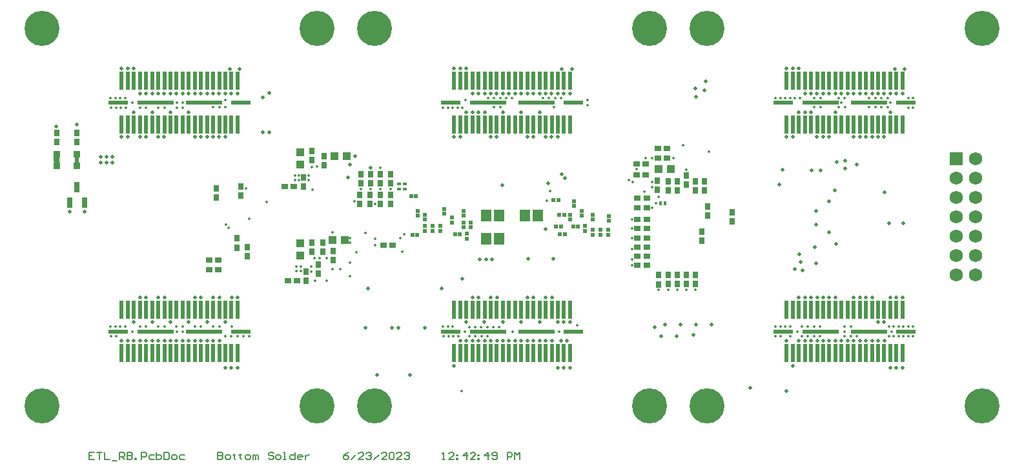
<source format=gbs>
G04*
G04 #@! TF.GenerationSoftware,Altium Limited,Altium Designer,23.6.0 (18)*
G04*
G04 Layer_Color=16711935*
%FSLAX43Y43*%
%MOMM*%
G71*
G04*
G04 #@! TF.SameCoordinates,E3B0678B-C1B1-40E0-9328-7CD754BF3715*
G04*
G04*
G04 #@! TF.FilePolarity,Negative*
G04*
G01*
G75*
%ADD11C,0.200*%
%ADD36R,0.702X1.352*%
%ADD40R,1.402X1.602*%
%ADD41R,0.902X0.702*%
%ADD42R,0.702X0.902*%
%ADD43R,0.802X0.902*%
%ADD45C,0.502*%
%ADD46R,0.902X0.802*%
%ADD52R,0.502X0.452*%
%ADD53R,0.902X0.902*%
%ADD55R,0.452X0.502*%
%ADD56C,0.502*%
%ADD57C,0.350*%
%ADD58R,1.752X1.752*%
%ADD59C,1.752*%
%ADD60C,4.602*%
%ADD61C,0.349*%
%ADD114R,1.102X1.102*%
%ADD115R,0.522X0.622*%
%ADD116R,0.512X2.372*%
%ADD117R,0.512X2.372*%
%ADD118R,2.642X0.532*%
%ADD119R,4.802X0.532*%
%ADD120R,0.622X0.522*%
%ADD121R,1.102X1.102*%
G36*
X5126Y7870D02*
X5042Y7786D01*
Y7319D01*
X5033Y7309D01*
X5117Y7225D01*
Y7001D01*
X5238Y6880D01*
X5280Y6922D01*
X5416D01*
X5495Y7001D01*
X5626D01*
X5724Y7099D01*
X5733D01*
Y7132D01*
X5803Y7202D01*
Y7599D01*
X5757Y7646D01*
Y7814D01*
X5500Y8071D01*
X5289D01*
X5173Y7954D01*
X5154D01*
Y7903D01*
X5128Y7877D01*
Y7871D01*
X5126Y7870D01*
D02*
G37*
G36*
X7823Y7823D02*
Y7137D01*
X8357D01*
Y7823D01*
X7823D01*
D02*
G37*
D11*
X10366Y-30834D02*
X9700D01*
Y-31833D01*
X10366D01*
X9700Y-31334D02*
X10033D01*
X10700Y-30834D02*
X11366D01*
X11033D01*
Y-31833D01*
X11699Y-30834D02*
Y-31833D01*
X12366D01*
X12699Y-32000D02*
X13365D01*
X13699Y-31833D02*
Y-30834D01*
X14199D01*
X14365Y-31000D01*
Y-31334D01*
X14199Y-31500D01*
X13699D01*
X14032D02*
X14365Y-31833D01*
X14698Y-30834D02*
Y-31833D01*
X15198D01*
X15365Y-31667D01*
Y-31500D01*
X15198Y-31334D01*
X14698D01*
X15198D01*
X15365Y-31167D01*
Y-31000D01*
X15198Y-30834D01*
X14698D01*
X15698Y-31833D02*
Y-31667D01*
X15865D01*
Y-31833D01*
X15698D01*
X16531D02*
Y-30834D01*
X17031D01*
X17198Y-31000D01*
Y-31334D01*
X17031Y-31500D01*
X16531D01*
X18197Y-31167D02*
X17697D01*
X17531Y-31334D01*
Y-31667D01*
X17697Y-31833D01*
X18197D01*
X18530Y-30834D02*
Y-31833D01*
X19030D01*
X19197Y-31667D01*
Y-31500D01*
Y-31334D01*
X19030Y-31167D01*
X18530D01*
X19530Y-30834D02*
Y-31833D01*
X20030D01*
X20197Y-31667D01*
Y-31000D01*
X20030Y-30834D01*
X19530D01*
X20696Y-31833D02*
X21030D01*
X21196Y-31667D01*
Y-31334D01*
X21030Y-31167D01*
X20696D01*
X20530Y-31334D01*
Y-31667D01*
X20696Y-31833D01*
X22196Y-31167D02*
X21696D01*
X21530Y-31334D01*
Y-31667D01*
X21696Y-31833D01*
X22196D01*
X26528Y-30834D02*
Y-31833D01*
X27028D01*
X27194Y-31667D01*
Y-31500D01*
X27028Y-31334D01*
X26528D01*
X27028D01*
X27194Y-31167D01*
Y-31000D01*
X27028Y-30834D01*
X26528D01*
X27694Y-31833D02*
X28027D01*
X28194Y-31667D01*
Y-31334D01*
X28027Y-31167D01*
X27694D01*
X27528Y-31334D01*
Y-31667D01*
X27694Y-31833D01*
X28694Y-31000D02*
Y-31167D01*
X28527D01*
X28860D01*
X28694D01*
Y-31667D01*
X28860Y-31833D01*
X29527Y-31000D02*
Y-31167D01*
X29360D01*
X29694D01*
X29527D01*
Y-31667D01*
X29694Y-31833D01*
X30360D02*
X30693D01*
X30860Y-31667D01*
Y-31334D01*
X30693Y-31167D01*
X30360D01*
X30193Y-31334D01*
Y-31667D01*
X30360Y-31833D01*
X31193D02*
Y-31167D01*
X31360D01*
X31526Y-31334D01*
Y-31833D01*
Y-31334D01*
X31693Y-31167D01*
X31860Y-31334D01*
Y-31833D01*
X33859Y-31000D02*
X33692Y-30834D01*
X33359D01*
X33192Y-31000D01*
Y-31167D01*
X33359Y-31334D01*
X33692D01*
X33859Y-31500D01*
Y-31667D01*
X33692Y-31833D01*
X33359D01*
X33192Y-31667D01*
X34359Y-31833D02*
X34692D01*
X34859Y-31667D01*
Y-31334D01*
X34692Y-31167D01*
X34359D01*
X34192Y-31334D01*
Y-31667D01*
X34359Y-31833D01*
X35192D02*
X35525D01*
X35358D01*
Y-30834D01*
X35192D01*
X36691D02*
Y-31833D01*
X36191D01*
X36025Y-31667D01*
Y-31334D01*
X36191Y-31167D01*
X36691D01*
X37524Y-31833D02*
X37191D01*
X37025Y-31667D01*
Y-31334D01*
X37191Y-31167D01*
X37524D01*
X37691Y-31334D01*
Y-31500D01*
X37025D01*
X38024Y-31167D02*
Y-31833D01*
Y-31500D01*
X38191Y-31334D01*
X38357Y-31167D01*
X38524D01*
X43689Y-30834D02*
X43356Y-31000D01*
X43023Y-31334D01*
Y-31667D01*
X43189Y-31833D01*
X43522D01*
X43689Y-31667D01*
Y-31500D01*
X43522Y-31334D01*
X43023D01*
X44022Y-31833D02*
X44689Y-31167D01*
X45688Y-31833D02*
X45022D01*
X45688Y-31167D01*
Y-31000D01*
X45522Y-30834D01*
X45189D01*
X45022Y-31000D01*
X46022D02*
X46188Y-30834D01*
X46521D01*
X46688Y-31000D01*
Y-31167D01*
X46521Y-31334D01*
X46355D01*
X46521D01*
X46688Y-31500D01*
Y-31667D01*
X46521Y-31833D01*
X46188D01*
X46022Y-31667D01*
X47021Y-31833D02*
X47688Y-31167D01*
X48687Y-31833D02*
X48021D01*
X48687Y-31167D01*
Y-31000D01*
X48521Y-30834D01*
X48188D01*
X48021Y-31000D01*
X49021D02*
X49187Y-30834D01*
X49521D01*
X49687Y-31000D01*
Y-31667D01*
X49521Y-31833D01*
X49187D01*
X49021Y-31667D01*
Y-31000D01*
X50687Y-31833D02*
X50020D01*
X50687Y-31167D01*
Y-31000D01*
X50520Y-30834D01*
X50187D01*
X50020Y-31000D01*
X51020D02*
X51187Y-30834D01*
X51520D01*
X51686Y-31000D01*
Y-31167D01*
X51520Y-31334D01*
X51353D01*
X51520D01*
X51686Y-31500D01*
Y-31667D01*
X51520Y-31833D01*
X51187D01*
X51020Y-31667D01*
X56018Y-31833D02*
X56352D01*
X56185D01*
Y-30834D01*
X56018Y-31000D01*
X57518Y-31833D02*
X56851D01*
X57518Y-31167D01*
Y-31000D01*
X57351Y-30834D01*
X57018D01*
X56851Y-31000D01*
X57851Y-31167D02*
X58018D01*
Y-31334D01*
X57851D01*
Y-31167D01*
Y-31667D02*
X58018D01*
Y-31833D01*
X57851D01*
Y-31667D01*
X59184Y-31833D02*
Y-30834D01*
X58684Y-31334D01*
X59351D01*
X60350Y-31833D02*
X59684D01*
X60350Y-31167D01*
Y-31000D01*
X60184Y-30834D01*
X59851D01*
X59684Y-31000D01*
X60684Y-31167D02*
X60850D01*
Y-31334D01*
X60684D01*
Y-31167D01*
Y-31667D02*
X60850D01*
Y-31833D01*
X60684D01*
Y-31667D01*
X62016Y-31833D02*
Y-30834D01*
X61517Y-31334D01*
X62183D01*
X62516Y-31667D02*
X62683Y-31833D01*
X63016D01*
X63183Y-31667D01*
Y-31000D01*
X63016Y-30834D01*
X62683D01*
X62516Y-31000D01*
Y-31167D01*
X62683Y-31334D01*
X63183D01*
X64516Y-31833D02*
Y-30834D01*
X65016D01*
X65182Y-31000D01*
Y-31334D01*
X65016Y-31500D01*
X64516D01*
X65515Y-31833D02*
Y-30834D01*
X65849Y-31167D01*
X66182Y-30834D01*
Y-31833D01*
D36*
X8118Y3905D02*
D03*
X9068Y1905D02*
D03*
X7168D02*
D03*
D40*
X61761Y178D02*
D03*
X63461D02*
D03*
X63486Y-2819D02*
D03*
X61786D02*
D03*
X68566Y203D02*
D03*
X66866D02*
D03*
D41*
X82800Y-3925D02*
D03*
X81600D02*
D03*
X82800Y-2725D02*
D03*
X81600D02*
D03*
X82800Y-6325D02*
D03*
X81600D02*
D03*
X82800Y-325D02*
D03*
X81600D02*
D03*
X82800Y-5125D02*
D03*
X81600D02*
D03*
X82800Y-1525D02*
D03*
X81600D02*
D03*
Y1200D02*
D03*
X84300Y7700D02*
D03*
X82800Y1200D02*
D03*
X85500Y7700D02*
D03*
D42*
X38125Y-7157D02*
D03*
Y-8357D02*
D03*
X86800Y4700D02*
D03*
Y3500D02*
D03*
X84400Y-8825D02*
D03*
Y-7625D02*
D03*
X85600Y-8800D02*
D03*
Y-7600D02*
D03*
X85600Y3500D02*
D03*
Y4700D02*
D03*
X88000Y-7575D02*
D03*
Y-8775D02*
D03*
X89200Y3500D02*
D03*
Y4700D02*
D03*
X90400Y3500D02*
D03*
Y4700D02*
D03*
X88000Y4250D02*
D03*
Y5450D02*
D03*
X86800Y-7600D02*
D03*
Y-8800D02*
D03*
X89200Y-7575D02*
D03*
Y-8775D02*
D03*
X26400Y3800D02*
D03*
Y2600D02*
D03*
X90800Y200D02*
D03*
Y1400D02*
D03*
X37800Y4000D02*
D03*
X90000Y-3100D02*
D03*
X94000Y600D02*
D03*
X29100Y-2800D02*
D03*
X29600Y2800D02*
D03*
X37800Y5200D02*
D03*
X29600Y4000D02*
D03*
X29100Y-4000D02*
D03*
X94000Y-600D02*
D03*
X90000Y-1900D02*
D03*
D43*
X38862Y-3362D02*
D03*
Y-4562D02*
D03*
X5410Y9814D02*
D03*
Y11014D02*
D03*
X8103D02*
D03*
Y9814D02*
D03*
X39700Y-6250D02*
D03*
X41700Y-4450D02*
D03*
X40300Y-4550D02*
D03*
X41700Y-5650D02*
D03*
X38887Y7477D02*
D03*
X40500Y6800D02*
D03*
X40300Y-3350D02*
D03*
X40500Y8000D02*
D03*
X30450Y-5150D02*
D03*
X39700Y-7450D02*
D03*
X38887Y8677D02*
D03*
X84200Y4800D02*
D03*
X45200Y1700D02*
D03*
X46500D02*
D03*
X47900Y1700D02*
D03*
X49200D02*
D03*
X45200Y2900D02*
D03*
X45300Y4400D02*
D03*
X46500Y2900D02*
D03*
X46600Y4400D02*
D03*
X47900Y2900D02*
D03*
Y4400D02*
D03*
X49200Y2900D02*
D03*
Y4400D02*
D03*
X46600Y5600D02*
D03*
X45300D02*
D03*
X30450Y-3950D02*
D03*
X84200Y3600D02*
D03*
X47900Y5600D02*
D03*
X49200D02*
D03*
D45*
X27550Y-19800D02*
D03*
X28350D02*
D03*
X29150D02*
D03*
X71700Y5600D02*
D03*
X72100Y5100D02*
D03*
X63830Y4140D02*
D03*
X60755Y13761D02*
D03*
X59955D02*
D03*
X20355Y-16239D02*
D03*
X19555D02*
D03*
X18755D02*
D03*
X21155D02*
D03*
X16355D02*
D03*
X17155D02*
D03*
X26755D02*
D03*
X25155D02*
D03*
X24355D02*
D03*
X23555D02*
D03*
X22755D02*
D03*
X21955D02*
D03*
X25955D02*
D03*
X69571Y-1549D02*
D03*
X16355Y-10509D02*
D03*
X17155D02*
D03*
X17945Y-13761D02*
D03*
X15545D02*
D03*
X20345D02*
D03*
X22745D02*
D03*
X25145D02*
D03*
X27545D02*
D03*
X13955Y-16239D02*
D03*
X14755D02*
D03*
X15555D02*
D03*
X17955D02*
D03*
X26755Y-10509D02*
D03*
X25955D02*
D03*
X23555D02*
D03*
X24355D02*
D03*
X29155D02*
D03*
X28355D02*
D03*
X19555D02*
D03*
X18755D02*
D03*
X69901Y4470D02*
D03*
X12700Y7899D02*
D03*
X110363Y6858D02*
D03*
X108839Y6350D02*
D03*
X107696Y7239D02*
D03*
X108839Y7366D02*
D03*
X91313Y-14097D02*
D03*
X106680Y2032D02*
D03*
X105004Y-965D02*
D03*
X104877Y-3988D02*
D03*
X104996Y-6027D02*
D03*
X90551Y17780D02*
D03*
X105613Y6147D02*
D03*
X104419D02*
D03*
X107493Y3505D02*
D03*
X107620Y-3505D02*
D03*
X106702Y-2025D02*
D03*
X105004Y813D02*
D03*
X46253Y-9398D02*
D03*
X90399Y16662D02*
D03*
X89205Y16840D02*
D03*
X89306Y15748D02*
D03*
X102800Y-4900D02*
D03*
X102225Y-6800D02*
D03*
X103250Y-7000D02*
D03*
X102975Y-5875D02*
D03*
X100628Y6172D02*
D03*
X100225Y4275D02*
D03*
X70600Y-5475D02*
D03*
X46600Y6500D02*
D03*
X43650Y5200D02*
D03*
X44600Y8000D02*
D03*
X43900Y6900D02*
D03*
X96400Y-22400D02*
D03*
D46*
X35757Y-8372D02*
D03*
X36957D02*
D03*
X26600Y-6900D02*
D03*
X25400D02*
D03*
X81500Y5500D02*
D03*
X81500Y7000D02*
D03*
X49500Y-3700D02*
D03*
X81600Y2500D02*
D03*
X36541Y3988D02*
D03*
X84300Y9000D02*
D03*
X26600Y-5600D02*
D03*
X85500Y9000D02*
D03*
X35341Y3988D02*
D03*
X82700Y7000D02*
D03*
X82700Y5500D02*
D03*
X82800Y2500D02*
D03*
X25400Y-5600D02*
D03*
X48300Y-3700D02*
D03*
D52*
X50300Y4350D02*
D03*
Y3700D02*
D03*
X51050Y4350D02*
D03*
Y3700D02*
D03*
D53*
X5410Y8256D02*
D03*
Y6756D02*
D03*
X8103Y6731D02*
D03*
Y8231D02*
D03*
D55*
X85225Y1850D02*
D03*
X84575D02*
D03*
D56*
X59155Y13761D02*
D03*
X68755D02*
D03*
X71145Y10509D02*
D03*
X66355Y13761D02*
D03*
X63955D02*
D03*
X61555D02*
D03*
X114755D02*
D03*
X109945Y10509D02*
D03*
X102755Y13761D02*
D03*
X107555D02*
D03*
X105145Y10509D02*
D03*
X112345D02*
D03*
X72352Y-16231D02*
D03*
X71552D02*
D03*
X59155Y19491D02*
D03*
X58355D02*
D03*
X57555D02*
D03*
X114750Y-19800D02*
D03*
X115550D02*
D03*
X116350D02*
D03*
X72750D02*
D03*
X71950D02*
D03*
X71150D02*
D03*
X13955Y19491D02*
D03*
X14755D02*
D03*
X15555D02*
D03*
X101155D02*
D03*
X101955D02*
D03*
X102755D02*
D03*
X60900Y-5550D02*
D03*
X58598Y-8077D02*
D03*
X55900Y-9400D02*
D03*
X20345Y16239D02*
D03*
X108355Y-16239D02*
D03*
X114554Y-787D02*
D03*
X107555Y-16239D02*
D03*
X63155D02*
D03*
X72745Y-13761D02*
D03*
X71945D02*
D03*
X103555Y13761D02*
D03*
X104355D02*
D03*
X113145Y-13761D02*
D03*
X113945D02*
D03*
X109945Y16239D02*
D03*
X110745D02*
D03*
X111545D02*
D03*
X109145D02*
D03*
X113945D02*
D03*
X113145D02*
D03*
X103545D02*
D03*
X105145D02*
D03*
X105945D02*
D03*
X106745D02*
D03*
X107545D02*
D03*
X108345D02*
D03*
X104345D02*
D03*
X112345D02*
D03*
X114745D02*
D03*
X115545D02*
D03*
X116345D02*
D03*
X66345D02*
D03*
X67145D02*
D03*
X67945D02*
D03*
X65545D02*
D03*
X70345D02*
D03*
X69545D02*
D03*
X59945D02*
D03*
X61545D02*
D03*
X62345D02*
D03*
X63145D02*
D03*
X63945D02*
D03*
X64745D02*
D03*
X60745D02*
D03*
X68745D02*
D03*
X71145D02*
D03*
X71945D02*
D03*
X72745D02*
D03*
X27545Y10509D02*
D03*
X25145D02*
D03*
X29145Y16239D02*
D03*
X28345D02*
D03*
X27545D02*
D03*
X25145D02*
D03*
X17145D02*
D03*
X21145D02*
D03*
X19545D02*
D03*
X18745D02*
D03*
X17945D02*
D03*
X16345D02*
D03*
X25945D02*
D03*
X26745D02*
D03*
X21945D02*
D03*
X24345D02*
D03*
X23545D02*
D03*
X22745D02*
D03*
X69555Y-16239D02*
D03*
X67155D02*
D03*
X67955D02*
D03*
X68755D02*
D03*
X64755D02*
D03*
X62355D02*
D03*
X63955D02*
D03*
X70355D02*
D03*
X66355D02*
D03*
X65555D02*
D03*
X60755D02*
D03*
X58355D02*
D03*
X59155D02*
D03*
X59955D02*
D03*
X61555D02*
D03*
X57545Y-19491D02*
D03*
X116459Y-813D02*
D03*
X105955Y-16239D02*
D03*
X106755D02*
D03*
X113155D02*
D03*
X112355D02*
D03*
X111555D02*
D03*
X110755D02*
D03*
X68745Y-13761D02*
D03*
X113955Y-16239D02*
D03*
X109155D02*
D03*
X109955D02*
D03*
X114755Y-10509D02*
D03*
X112355D02*
D03*
X109955D02*
D03*
X107555D02*
D03*
X105155D02*
D03*
X102755D02*
D03*
X101155Y-16239D02*
D03*
X102755D02*
D03*
X101945Y-19491D02*
D03*
X105155Y-16239D02*
D03*
X104355D02*
D03*
X103555D02*
D03*
X25945Y10509D02*
D03*
X17145D02*
D03*
X16345D02*
D03*
X69555Y-10509D02*
D03*
X70355D02*
D03*
X24345Y10509D02*
D03*
X23545D02*
D03*
X14745D02*
D03*
X13945D02*
D03*
X67945D02*
D03*
X67145D02*
D03*
X101145D02*
D03*
X101945D02*
D03*
X58345D02*
D03*
X57545D02*
D03*
X111545D02*
D03*
X110745D02*
D03*
X26745D02*
D03*
X70345D02*
D03*
X69545D02*
D03*
X113945D02*
D03*
X113145D02*
D03*
X103555Y-10509D02*
D03*
X104355D02*
D03*
X60755D02*
D03*
X59955D02*
D03*
X59132Y-13748D02*
D03*
X61532D02*
D03*
X63932D02*
D03*
X66332D02*
D03*
X71132D02*
D03*
X15555Y13761D02*
D03*
X17955D02*
D03*
X20355D02*
D03*
X22755D02*
D03*
X19545Y10509D02*
D03*
X18745D02*
D03*
X63145D02*
D03*
X62345D02*
D03*
X106745D02*
D03*
X105945D02*
D03*
X110755Y-10509D02*
D03*
X111555D02*
D03*
X67155D02*
D03*
X67955D02*
D03*
X105955D02*
D03*
X106755D02*
D03*
X115555D02*
D03*
X116355D02*
D03*
X62368Y-10522D02*
D03*
X63168D02*
D03*
X8103Y12141D02*
D03*
X11176Y7137D02*
D03*
X11938Y7899D02*
D03*
X12700Y7137D02*
D03*
X11176Y7899D02*
D03*
X11938Y7137D02*
D03*
X113995Y3226D02*
D03*
X115311Y19450D02*
D03*
X116611D02*
D03*
X88900Y-15494D02*
D03*
X89281Y-14097D02*
D03*
X86741Y-15621D02*
D03*
X85217Y-14097D02*
D03*
X87249D02*
D03*
X84709Y-15621D02*
D03*
X5385Y11862D02*
D03*
X32500Y15700D02*
D03*
X9068Y730D02*
D03*
X7168Y730D02*
D03*
X47463Y-20739D02*
D03*
X51781D02*
D03*
X62525Y-5550D02*
D03*
X61725D02*
D03*
X83820Y-14478D02*
D03*
X32436Y11151D02*
D03*
X33299Y11125D02*
D03*
X71700Y19450D02*
D03*
X73000D02*
D03*
X50200Y-14550D02*
D03*
X45925Y-14550D02*
D03*
X53700Y-14550D02*
D03*
X49425Y-14550D02*
D03*
X28100Y19450D02*
D03*
X29400D02*
D03*
X33300Y16300D02*
D03*
X67250Y-5475D02*
D03*
X101150Y-22825D02*
D03*
D57*
X75057Y14656D02*
D03*
Y15392D02*
D03*
X70612Y14427D02*
D03*
X62776Y14430D02*
D03*
X63576D02*
D03*
X71576Y15570D02*
D03*
X70776D02*
D03*
X69976D02*
D03*
X69176D02*
D03*
X65176D02*
D03*
X64381D02*
D03*
X63576D02*
D03*
X62776D02*
D03*
X61976D02*
D03*
X59004Y15367D02*
D03*
X56730Y14379D02*
D03*
X56095D02*
D03*
X57365D02*
D03*
X58000D02*
D03*
X58635D02*
D03*
X105576Y14430D02*
D03*
X104776D02*
D03*
Y15570D02*
D03*
X105576D02*
D03*
X102870Y15621D02*
D03*
X102235D02*
D03*
X107975Y14427D02*
D03*
X108788D02*
D03*
X108776Y15570D02*
D03*
X107976D02*
D03*
X112776Y14430D02*
D03*
X113576D02*
D03*
X114376D02*
D03*
X111976D02*
D03*
Y15570D02*
D03*
X114376D02*
D03*
X113576D02*
D03*
X112776D02*
D03*
X117728Y14378D02*
D03*
X117093D02*
D03*
X114555Y-15621D02*
D03*
X115190D02*
D03*
X114555Y-14379D02*
D03*
X115190D02*
D03*
X110363Y-15621D02*
D03*
X109550Y-14379D02*
D03*
X108737Y-15011D02*
D03*
Y-14379D02*
D03*
X63424Y-14450D02*
D03*
X62654D02*
D03*
X61883D02*
D03*
X61112D02*
D03*
X60342D02*
D03*
X59554D02*
D03*
X116460Y-14379D02*
D03*
X115825D02*
D03*
X117095D02*
D03*
X117730D02*
D03*
Y-15621D02*
D03*
X117095D02*
D03*
X115825D02*
D03*
X116460D02*
D03*
X109550D02*
D03*
X103163D02*
D03*
X103950D02*
D03*
X104738D02*
D03*
X105525D02*
D03*
X103163Y-14379D02*
D03*
X103950D02*
D03*
X104738D02*
D03*
X105525D02*
D03*
X101675Y-15621D02*
D03*
X100330D02*
D03*
X99695D02*
D03*
X100330Y-14379D02*
D03*
X99695D02*
D03*
X100965D02*
D03*
X101600D02*
D03*
X61925Y-15621D02*
D03*
X61138D02*
D03*
X60350D02*
D03*
X59563D02*
D03*
X58075D02*
D03*
X71323Y-15011D02*
D03*
X65202D02*
D03*
X73685Y-14199D02*
D03*
X57440Y-15621D02*
D03*
X56805D02*
D03*
X56170D02*
D03*
X56730Y-14379D02*
D03*
X56095D02*
D03*
X57365D02*
D03*
X58991Y-15011D02*
D03*
X30717Y-15624D02*
D03*
X29929D02*
D03*
X29142D02*
D03*
X28329D02*
D03*
X27542D02*
D03*
X28371Y-14376D02*
D03*
X25971D02*
D03*
X26758D02*
D03*
X23571D02*
D03*
X24358D02*
D03*
X21156Y-14402D02*
D03*
X21944D02*
D03*
X19558Y-14376D02*
D03*
X18771D02*
D03*
X17145D02*
D03*
X16332D02*
D03*
X21158Y-15014D02*
D03*
X15391Y-15011D02*
D03*
X21944D02*
D03*
X14400Y-14379D02*
D03*
X13765D02*
D03*
X12495D02*
D03*
X13130D02*
D03*
X12570Y-15621D02*
D03*
X13205D02*
D03*
X26746Y14453D02*
D03*
X25959D02*
D03*
X27559D02*
D03*
X21946Y14376D02*
D03*
X21158D02*
D03*
X27559Y15367D02*
D03*
X19558Y14376D02*
D03*
X18771D02*
D03*
X17145D02*
D03*
X16332D02*
D03*
X13840Y14379D02*
D03*
X14475D02*
D03*
X13205D02*
D03*
X12570D02*
D03*
X13130Y15621D02*
D03*
X12495D02*
D03*
X13765D02*
D03*
X14400D02*
D03*
X117095D02*
D03*
X117730D02*
D03*
X101600D02*
D03*
X100965D02*
D03*
X114757Y14989D02*
D03*
X99695Y15621D02*
D03*
X100330D02*
D03*
X108356Y15011D02*
D03*
X21944Y14989D02*
D03*
X15391D02*
D03*
X21158Y14986D02*
D03*
X114884Y-15011D02*
D03*
X108737Y-15621D02*
D03*
X102591Y-15011D02*
D03*
X70104Y3429D02*
D03*
X28000Y-1400D02*
D03*
X27600Y-1000D02*
D03*
X30700Y-200D02*
D03*
D58*
X123368Y7620D02*
D03*
D59*
X125908D02*
D03*
X123368Y5080D02*
D03*
X125908D02*
D03*
X123368Y2540D02*
D03*
X125908D02*
D03*
X123368Y0D02*
D03*
X125908D02*
D03*
X123368Y-2540D02*
D03*
X125908D02*
D03*
X123368Y-5080D02*
D03*
X125908D02*
D03*
X123368Y-7620D02*
D03*
X125908D02*
D03*
D60*
X3500Y-24750D02*
D03*
Y24750D02*
D03*
X39600D02*
D03*
Y-24750D02*
D03*
X47100D02*
D03*
Y24750D02*
D03*
X83200D02*
D03*
Y-24750D02*
D03*
X90700Y24750D02*
D03*
X126800Y-24750D02*
D03*
X90700D02*
D03*
X126800Y24750D02*
D03*
D61*
X80975Y4572D02*
D03*
X36881Y-7112D02*
D03*
X37440D02*
D03*
X36881Y-6477D02*
D03*
X37440D02*
D03*
X38893Y6590D02*
D03*
X43900Y-2750D02*
D03*
X39218Y-5385D02*
D03*
X39551Y6604D02*
D03*
X37160Y4826D02*
D03*
Y5461D02*
D03*
X36678Y4826D02*
D03*
Y5461D02*
D03*
X38500Y5450D02*
D03*
Y4850D02*
D03*
X38775Y-7125D02*
D03*
Y-6475D02*
D03*
X39325Y-8375D02*
D03*
X80493Y4877D02*
D03*
X44450Y2083D02*
D03*
X47168Y-3708D02*
D03*
X58522Y-22835D02*
D03*
X69723Y2159D02*
D03*
X80848Y-4191D02*
D03*
X47150Y-2825D02*
D03*
X88000Y6200D02*
D03*
X89200Y-9525D02*
D03*
X88000D02*
D03*
X86800Y-9550D02*
D03*
X85600D02*
D03*
X84400Y-9575D02*
D03*
X80850Y-5550D02*
D03*
X80850Y-6325D02*
D03*
Y-2725D02*
D03*
Y-1525D02*
D03*
Y-325D02*
D03*
X84325Y2650D02*
D03*
X91000Y8575D02*
D03*
X86300Y7700D02*
D03*
X87575Y9450D02*
D03*
X82700Y7700D02*
D03*
X83500Y7700D02*
D03*
X50750Y-4500D02*
D03*
X43925Y-7775D02*
D03*
X41600Y-2000D02*
D03*
X44700Y-4600D02*
D03*
X45900Y-2100D02*
D03*
X43900Y-3350D02*
D03*
X83550Y1200D02*
D03*
X82500Y3300D02*
D03*
X81500Y6300D02*
D03*
X83500Y4600D02*
D03*
Y3900D02*
D03*
X84025Y1850D02*
D03*
X39925Y-5375D02*
D03*
X40825D02*
D03*
Y-8375D02*
D03*
X33000Y2000D02*
D03*
X50500Y-2750D02*
D03*
X39000Y3600D02*
D03*
X47900Y6500D02*
D03*
X47200Y1700D02*
D03*
X43925Y-5975D02*
D03*
X41600Y-6814D02*
D03*
X42600D02*
D03*
X45300Y3650D02*
D03*
X46600D02*
D03*
X47900D02*
D03*
X49200D02*
D03*
X30300Y3800D02*
D03*
X51000Y-2250D02*
D03*
D114*
X37389Y6922D02*
D03*
Y8522D02*
D03*
X37338Y-3416D02*
D03*
Y-5016D02*
D03*
D115*
X57250Y-710D02*
D03*
Y-90D02*
D03*
X73250Y1440D02*
D03*
X77800Y110D02*
D03*
X76750Y-2310D02*
D03*
X72750Y310D02*
D03*
X77750Y-2310D02*
D03*
X75750D02*
D03*
Y310D02*
D03*
X74250Y810D02*
D03*
X74750Y-1810D02*
D03*
X58750Y810D02*
D03*
X59250Y-2810D02*
D03*
X56250Y1060D02*
D03*
X53750Y-1810D02*
D03*
X52750Y190D02*
D03*
X58750Y-1310D02*
D03*
X54750Y-1810D02*
D03*
X55750D02*
D03*
X53750Y310D02*
D03*
X59750Y-690D02*
D03*
X73250Y2060D02*
D03*
X77800Y-510D02*
D03*
X76750Y-1690D02*
D03*
X72750Y-310D02*
D03*
X77750Y-1690D02*
D03*
X75750D02*
D03*
Y-310D02*
D03*
X74250Y190D02*
D03*
X74750Y-1190D02*
D03*
X58750Y190D02*
D03*
X59250Y-2190D02*
D03*
X56250Y440D02*
D03*
X53750Y-1190D02*
D03*
X52750Y810D02*
D03*
X58750Y-690D02*
D03*
X54750Y-1190D02*
D03*
X55750D02*
D03*
X53750Y-310D02*
D03*
X59750Y-1310D02*
D03*
D116*
X13950Y17865D02*
D03*
X14750D02*
D03*
X15550D02*
D03*
X16350D02*
D03*
X17150D02*
D03*
X17950D02*
D03*
X18750D02*
D03*
X19550D02*
D03*
X20350D02*
D03*
X21150D02*
D03*
X21950D02*
D03*
X22750D02*
D03*
X23550D02*
D03*
X24350D02*
D03*
X25150D02*
D03*
X25950D02*
D03*
X26750D02*
D03*
X27550D02*
D03*
X28350D02*
D03*
X29150D02*
D03*
X57550D02*
D03*
X58350D02*
D03*
X59150D02*
D03*
X59950D02*
D03*
X60750D02*
D03*
X61550D02*
D03*
X62350D02*
D03*
X63150D02*
D03*
X63950D02*
D03*
X64750D02*
D03*
X65550D02*
D03*
X66350D02*
D03*
X67150D02*
D03*
X67950D02*
D03*
X68750D02*
D03*
X69550D02*
D03*
X70350D02*
D03*
X71150D02*
D03*
X71950D02*
D03*
X72750D02*
D03*
X101150D02*
D03*
X101950D02*
D03*
X102750D02*
D03*
X103550D02*
D03*
X104350D02*
D03*
X105150D02*
D03*
X105950D02*
D03*
X106750D02*
D03*
X107550D02*
D03*
X108350D02*
D03*
X109150D02*
D03*
X109950D02*
D03*
X110750D02*
D03*
X111550D02*
D03*
X112350D02*
D03*
X113150D02*
D03*
X113950D02*
D03*
X114750D02*
D03*
X115550D02*
D03*
X116350D02*
D03*
X101150Y-12135D02*
D03*
X101950D02*
D03*
X102750D02*
D03*
X103550D02*
D03*
X104350D02*
D03*
X105150D02*
D03*
X105950D02*
D03*
X106750D02*
D03*
X107550D02*
D03*
X108350D02*
D03*
X109150D02*
D03*
X109950D02*
D03*
X110750D02*
D03*
X111550D02*
D03*
X112350D02*
D03*
X113150D02*
D03*
X113950D02*
D03*
X114750D02*
D03*
X115550D02*
D03*
X116350D02*
D03*
X13950Y-12135D02*
D03*
X14750D02*
D03*
X15550D02*
D03*
X16350D02*
D03*
X17150D02*
D03*
X17950D02*
D03*
X18750D02*
D03*
X19550D02*
D03*
X20350D02*
D03*
X21150D02*
D03*
X21950D02*
D03*
X22750D02*
D03*
X23550D02*
D03*
X24350D02*
D03*
X25150D02*
D03*
X25950D02*
D03*
X26750D02*
D03*
X27550D02*
D03*
X28350D02*
D03*
X29150D02*
D03*
X57550Y-12135D02*
D03*
X58350D02*
D03*
X59150D02*
D03*
X59950D02*
D03*
X60750D02*
D03*
X61550D02*
D03*
X62350D02*
D03*
X63150D02*
D03*
X63950D02*
D03*
X64750D02*
D03*
X65550D02*
D03*
X66350D02*
D03*
X67150D02*
D03*
X67950D02*
D03*
X68750D02*
D03*
X69550D02*
D03*
X70350D02*
D03*
X71150D02*
D03*
X71950D02*
D03*
X72750D02*
D03*
D117*
X13950Y12135D02*
D03*
X14750D02*
D03*
X15550D02*
D03*
X16350D02*
D03*
X17150D02*
D03*
X17950D02*
D03*
X18750D02*
D03*
X19550D02*
D03*
X20350D02*
D03*
X21150D02*
D03*
X21950D02*
D03*
X22750D02*
D03*
X23550D02*
D03*
X24350D02*
D03*
X25150D02*
D03*
X25950D02*
D03*
X26750D02*
D03*
X27550D02*
D03*
X28350D02*
D03*
X29150D02*
D03*
X57550D02*
D03*
X58350D02*
D03*
X59150D02*
D03*
X59950D02*
D03*
X60750D02*
D03*
X61550D02*
D03*
X62350D02*
D03*
X63150D02*
D03*
X63950D02*
D03*
X64750D02*
D03*
X65550D02*
D03*
X66350D02*
D03*
X67150D02*
D03*
X67950D02*
D03*
X68750D02*
D03*
X69550D02*
D03*
X70350D02*
D03*
X71150D02*
D03*
X71950D02*
D03*
X72750D02*
D03*
X101150D02*
D03*
X101950D02*
D03*
X102750D02*
D03*
X103550D02*
D03*
X104350D02*
D03*
X105150D02*
D03*
X105950D02*
D03*
X106750D02*
D03*
X107550D02*
D03*
X108350D02*
D03*
X109150D02*
D03*
X109950D02*
D03*
X110750D02*
D03*
X111550D02*
D03*
X112350D02*
D03*
X113150D02*
D03*
X113950D02*
D03*
X114750D02*
D03*
X115550D02*
D03*
X116350D02*
D03*
X101150Y-17865D02*
D03*
X101950D02*
D03*
X102750D02*
D03*
X103550D02*
D03*
X104350D02*
D03*
X105150D02*
D03*
X105950D02*
D03*
X106750D02*
D03*
X107550D02*
D03*
X108350D02*
D03*
X109150D02*
D03*
X109950D02*
D03*
X110750D02*
D03*
X111550D02*
D03*
X112350D02*
D03*
X113150D02*
D03*
X113950D02*
D03*
X114750D02*
D03*
X115550D02*
D03*
X116350D02*
D03*
X13950Y-17865D02*
D03*
X14750D02*
D03*
X15550D02*
D03*
X16350D02*
D03*
X17150D02*
D03*
X17950D02*
D03*
X18750D02*
D03*
X19550D02*
D03*
X20350D02*
D03*
X21150D02*
D03*
X21950D02*
D03*
X22750D02*
D03*
X23550D02*
D03*
X24350D02*
D03*
X25150D02*
D03*
X25950D02*
D03*
X26750D02*
D03*
X27550D02*
D03*
X28350D02*
D03*
X29150D02*
D03*
X57550Y-17865D02*
D03*
X58350D02*
D03*
X59150D02*
D03*
X59950D02*
D03*
X60750D02*
D03*
X61550D02*
D03*
X62350D02*
D03*
X63150D02*
D03*
X63950D02*
D03*
X64750D02*
D03*
X65550D02*
D03*
X66350D02*
D03*
X67150D02*
D03*
X67950D02*
D03*
X68750D02*
D03*
X69550D02*
D03*
X70350D02*
D03*
X71150D02*
D03*
X71950D02*
D03*
X72750D02*
D03*
D118*
X13485Y15000D02*
D03*
X29615D02*
D03*
X57085D02*
D03*
X73215D02*
D03*
X100685D02*
D03*
X116815D02*
D03*
X100685Y-15000D02*
D03*
X116815D02*
D03*
X13485Y-15000D02*
D03*
X29615D02*
D03*
X57085Y-15000D02*
D03*
X73215D02*
D03*
D119*
X18375Y15000D02*
D03*
X24725D02*
D03*
X61975D02*
D03*
X68325D02*
D03*
X105575D02*
D03*
X111925D02*
D03*
X105575Y-15000D02*
D03*
X111925D02*
D03*
X18375Y-15000D02*
D03*
X24725D02*
D03*
X61975Y-15000D02*
D03*
X68325D02*
D03*
D120*
X73810Y-1250D02*
D03*
X73190D02*
D03*
X70593Y2249D02*
D03*
X71440Y-2250D02*
D03*
X70940Y-1250D02*
D03*
X52090Y-2300D02*
D03*
X58310Y-2250D02*
D03*
X51940Y2750D02*
D03*
X71340Y250D02*
D03*
X71213Y2249D02*
D03*
X72060Y-2250D02*
D03*
X71560Y-1250D02*
D03*
X52710Y-2300D02*
D03*
X57690Y-2250D02*
D03*
X52560Y2750D02*
D03*
X71960Y250D02*
D03*
D121*
X43200Y-3050D02*
D03*
X41600D02*
D03*
X41900Y8000D02*
D03*
X84400Y6300D02*
D03*
X86000D02*
D03*
X43500Y8000D02*
D03*
M02*

</source>
